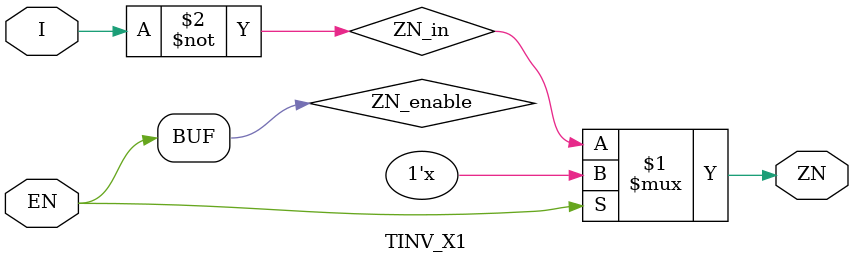
<source format=v>
module TINV_X1 (EN, I, ZN);
  input EN;
  input I;
  output ZN;

  bufif0(ZN, ZN_in, ZN_enable);
  buf(ZN_enable, EN);
  not(ZN_in, I);


endmodule

</source>
